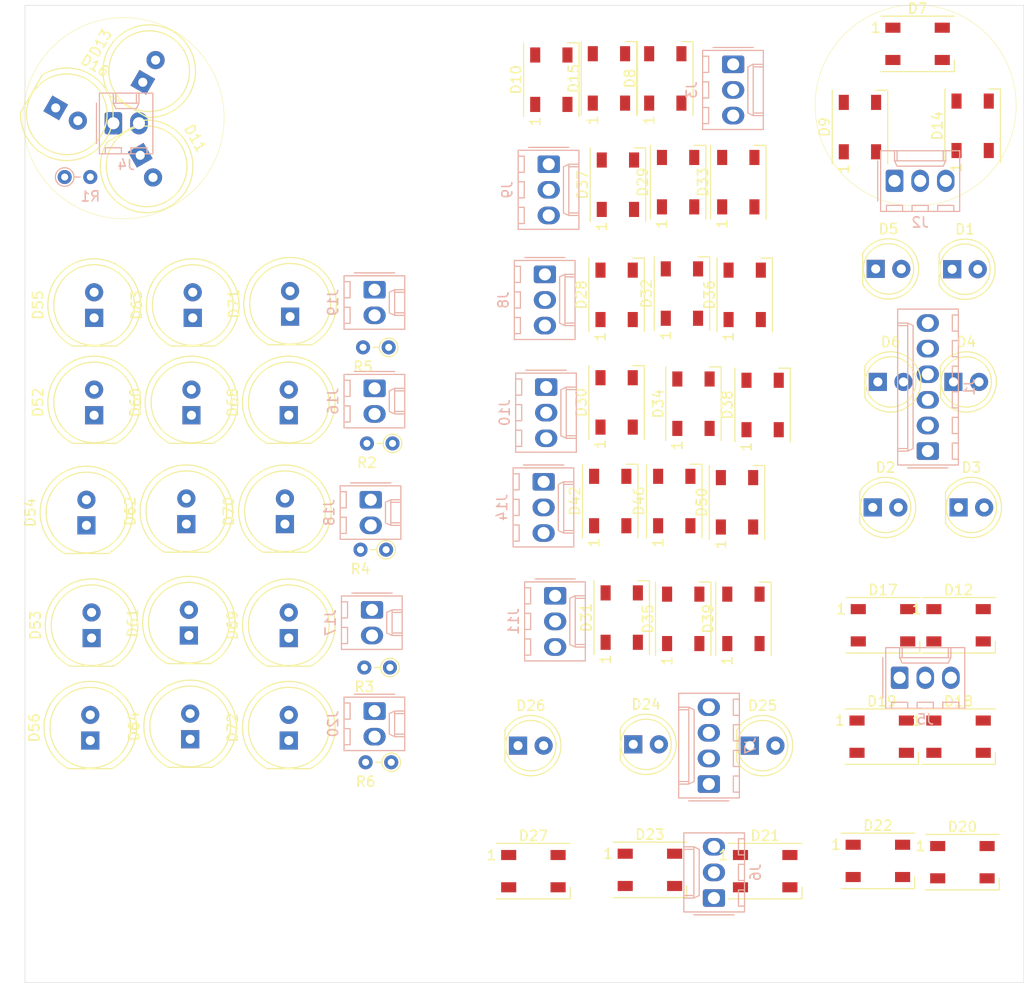
<source format=kicad_pcb>
(kicad_pcb (version 20171130) (host pcbnew "(5.1.5-0-10_14)")
  (layers (0 F.Cu signal) (31 B.Cu signal) (34 B.Paste user) (35 F.Paste user) (36 B.SilkS user) (37 F.SilkS user) (38 B.Mask user) (39 F.Mask user) (44 Edge.Cuts user))
  (net 0 "")
  (net 1 /Col1)
  (net 2 /Row1)
  (net 3 /Row2)
  (net 4 /Col2)
  (net 5 /Col3)
  (net 6 "Net-(D10-Pad2)")
  (net 7 "Net-(D11-Pad2)")
  (net 8 /LOCKSHOOT_2812_+5V)
  (net 9 /LOCKSHOOT_IN)
  (net 10 /LOCKSHOOT_2812_GND)
  (net 11 "Net-(D17-Pad2)")
  (net 12 "Net-(D18-Pad2)")
  (net 13 /FLOOD_2812_+5V)
  (net 14 "Net-(D7-Pad2)")
  (net 15 /FLOOD_2812_IN)
  (net 16 /FLOOD_2812_GND)
  (net 17 "Net-(D11-Pad1)")
  (net 18 /AOA_2812_+5V)
  (net 19 /AOA_2812_IN)
  (net 20 /AOA_2812_GND)
  (net 21 "Net-(D20-Pad2)")
  (net 22 /AOA_COL1)
  (net 23 /AOA_ROW1)
  (net 24 /AOA_ROW2)
  (net 25 /AOA_COL2)
  (net 26 "Net-(D28-Pad1)")
  (net 27 "Net-(D28-Pad2)")
  (net 28 "Net-(D28-Pad4)")
  (net 29 "Net-(D28-Pad3)")
  (net 30 "Net-(D29-Pad1)")
  (net 31 "Net-(D29-Pad2)")
  (net 32 "Net-(D29-Pad4)")
  (net 33 "Net-(D29-Pad3)")
  (net 34 "Net-(D30-Pad1)")
  (net 35 "Net-(D30-Pad2)")
  (net 36 "Net-(D30-Pad4)")
  (net 37 "Net-(D30-Pad3)")
  (net 38 "Net-(D31-Pad1)")
  (net 39 "Net-(D31-Pad2)")
  (net 40 "Net-(D31-Pad4)")
  (net 41 "Net-(D31-Pad3)")
  (net 42 "Net-(D32-Pad2)")
  (net 43 "Net-(D33-Pad2)")
  (net 44 "Net-(D34-Pad2)")
  (net 45 "Net-(D35-Pad2)")
  (net 46 "Net-(D42-Pad1)")
  (net 47 "Net-(D42-Pad2)")
  (net 48 "Net-(D42-Pad4)")
  (net 49 "Net-(D42-Pad3)")
  (net 50 "Net-(D46-Pad2)")
  (net 51 "Net-(D10-Pad1)")
  (net 52 "Net-(D10-Pad4)")
  (net 53 "Net-(D8-Pad4)")
  (net 54 "Net-(D10-Pad3)")
  (net 55 "Net-(D14-Pad4)")
  (net 56 "Net-(D12-Pad2)")
  (net 57 "Net-(D13-Pad1)")
  (net 58 "Net-(D19-Pad2)")
  (net 59 "Net-(D21-Pad2)")
  (net 60 "Net-(D23-Pad2)")
  (net 61 "Net-(D52-Pad2)")
  (net 62 "Net-(D52-Pad1)")
  (net 63 "Net-(D53-Pad2)")
  (net 64 "Net-(D53-Pad1)")
  (net 65 "Net-(D54-Pad2)")
  (net 66 "Net-(D54-Pad1)")
  (net 67 "Net-(D55-Pad2)")
  (net 68 "Net-(D55-Pad1)")
  (net 69 "Net-(D56-Pad2)")
  (net 70 "Net-(D56-Pad1)")
  (net 71 "Net-(D60-Pad1)")
  (net 72 "Net-(D61-Pad1)")
  (net 73 "Net-(D62-Pad1)")
  (net 74 "Net-(D63-Pad1)")
  (net 75 "Net-(D64-Pad1)")
  (net 76 "Net-(D68-Pad1)")
  (net 77 "Net-(D69-Pad1)")
  (net 78 "Net-(D70-Pad1)")
  (net 79 "Net-(D71-Pad1)")
  (net 80 "Net-(D72-Pad1)")
  (net 81 "Net-(J16-Pad1)")
  (net 82 "Net-(J17-Pad1)")
  (net 83 "Net-(J18-Pad1)")
  (net 84 "Net-(J19-Pad1)")
  (net 85 "Net-(J20-Pad1)")
  (net 86 /CHART_GND)
  (net 87 /CHART_5V)
  (module PT_Library_v001:PT_R_Axial_DIN0204_L3.6mm_D1.6mm_P2.54mm_Vertical (layer F.Cu) (at 181.737 108.204 180)
    (fp_text reference R6 (at 2.54 -1.92) (layer F.SilkS))
    (fp_text value R_US)
    (pad 1 thru_hole circle (at 0 0 180) (size 1.4 1.4) (drill 0.7) (layers *.Cu *.Mask) (net 69 "Net-(D56-Pad2)"))
    (pad 2 thru_hole oval (at 2.54 0 180) (size 1.4 1.4) (drill 0.7) (layers *.Cu *.Mask) (net 85 "Net-(J20-Pad1)"))
  )
  (module PT_Library_v001:PT_R_Axial_DIN0204_L3.6mm_D1.6mm_P2.54mm_Vertical (layer F.Cu) (at 181.483 67.056 180)
    (fp_text reference R5 (at 2.54 -1.92) (layer F.SilkS))
    (fp_text value R_US)
    (pad 1 thru_hole circle (at 0 0 180) (size 1.4 1.4) (drill 0.7) (layers *.Cu *.Mask) (net 67 "Net-(D55-Pad2)"))
    (pad 2 thru_hole oval (at 2.54 0 180) (size 1.4 1.4) (drill 0.7) (layers *.Cu *.Mask) (net 84 "Net-(J19-Pad1)"))
  )
  (module PT_Library_v001:PT_R_Axial_DIN0204_L3.6mm_D1.6mm_P2.54mm_Vertical (layer F.Cu) (at 181.229 87.122 180)
    (fp_text reference R4 (at 2.54 -1.92) (layer F.SilkS))
    (fp_text value R_US)
    (pad 1 thru_hole circle (at 0 0 180) (size 1.4 1.4) (drill 0.7) (layers *.Cu *.Mask) (net 65 "Net-(D54-Pad2)"))
    (pad 2 thru_hole oval (at 2.54 0 180) (size 1.4 1.4) (drill 0.7) (layers *.Cu *.Mask) (net 83 "Net-(J18-Pad1)"))
  )
  (module PT_Library_v001:PT_R_Axial_DIN0204_L3.6mm_D1.6mm_P2.54mm_Vertical (layer F.Cu) (at 181.61 98.806 180)
    (fp_text reference R3 (at 2.54 -1.92) (layer F.SilkS))
    (fp_text value R_US)
    (pad 1 thru_hole circle (at 0 0 180) (size 1.4 1.4) (drill 0.7) (layers *.Cu *.Mask) (net 63 "Net-(D53-Pad2)"))
    (pad 2 thru_hole oval (at 2.54 0 180) (size 1.4 1.4) (drill 0.7) (layers *.Cu *.Mask) (net 82 "Net-(J17-Pad1)"))
  )
  (module PT_Library_v001:PT_R_Axial_DIN0204_L3.6mm_D1.6mm_P2.54mm_Vertical (layer F.Cu) (at 181.864 76.581 180)
    (fp_text reference R2 (at 2.54 -1.92) (layer F.SilkS))
    (fp_text value R_US)
    (pad 1 thru_hole circle (at 0 0 180) (size 1.4 1.4) (drill 0.7) (layers *.Cu *.Mask) (net 61 "Net-(D52-Pad2)"))
    (pad 2 thru_hole oval (at 2.54 0 180) (size 1.4 1.4) (drill 0.7) (layers *.Cu *.Mask) (net 81 "Net-(J16-Pad1)"))
  )
  (module PT_Library_v001:Molex_1x02_P2.54mm_Vertical (layer B.Cu) (at 180.086 103.124 270)
    (fp_text reference J20 (at 1.27 4.12 270) (layer B.SilkS) (effects (justify mirror)))
    (fp_text value Conn_01x02_Female)
    (pad 2 thru_hole oval (at 2.54 0 270) (size 1.74 2.2) (drill 1.2) (layers *.Cu *.Mask) (net 80 "Net-(D72-Pad1)"))
    (pad 1 thru_hole roundrect (at 0 0 270) (size 1.74 2.2) (drill 1.2) (layers *.Cu *.Mask) (roundrect_rratio 0.143678) (net 85 "Net-(J20-Pad1)"))
  )
  (module PT_Library_v001:Molex_1x02_P2.54mm_Vertical (layer B.Cu) (at 180.086 61.341 270)
    (fp_text reference J19 (at 1.27 4.12 270) (layer B.SilkS) (effects (justify mirror)))
    (fp_text value Conn_01x02_Female)
    (pad 2 thru_hole oval (at 2.54 0 270) (size 1.74 2.2) (drill 1.2) (layers *.Cu *.Mask) (net 79 "Net-(D71-Pad1)"))
    (pad 1 thru_hole roundrect (at 0 0 270) (size 1.74 2.2) (drill 1.2) (layers *.Cu *.Mask) (roundrect_rratio 0.143678) (net 84 "Net-(J19-Pad1)"))
  )
  (module PT_Library_v001:Molex_1x02_P2.54mm_Vertical (layer B.Cu) (at 179.705 82.169 270)
    (fp_text reference J18 (at 1.27 4.12 270) (layer B.SilkS) (effects (justify mirror)))
    (fp_text value Conn_01x02_Female)
    (pad 2 thru_hole oval (at 2.54 0 270) (size 1.74 2.2) (drill 1.2) (layers *.Cu *.Mask) (net 78 "Net-(D70-Pad1)"))
    (pad 1 thru_hole roundrect (at 0 0 270) (size 1.74 2.2) (drill 1.2) (layers *.Cu *.Mask) (roundrect_rratio 0.143678) (net 83 "Net-(J18-Pad1)"))
  )
  (module PT_Library_v001:Molex_1x02_P2.54mm_Vertical (layer B.Cu) (at 179.832 93.091 270)
    (fp_text reference J17 (at 1.27 4.12 270) (layer B.SilkS) (effects (justify mirror)))
    (fp_text value Conn_01x02_Female)
    (pad 2 thru_hole oval (at 2.54 0 270) (size 1.74 2.2) (drill 1.2) (layers *.Cu *.Mask) (net 77 "Net-(D69-Pad1)"))
    (pad 1 thru_hole roundrect (at 0 0 270) (size 1.74 2.2) (drill 1.2) (layers *.Cu *.Mask) (roundrect_rratio 0.143678) (net 82 "Net-(J17-Pad1)"))
  )
  (module PT_Library_v001:Molex_1x02_P2.54mm_Vertical (layer B.Cu) (at 180.086 71.12 270)
    (fp_text reference J16 (at 1.27 4.12 270) (layer B.SilkS) (effects (justify mirror)))
    (fp_text value Conn_01x02_Female)
    (pad 2 thru_hole oval (at 2.54 0 270) (size 1.74 2.2) (drill 1.2) (layers *.Cu *.Mask) (net 76 "Net-(D68-Pad1)"))
    (pad 1 thru_hole roundrect (at 0 0 270) (size 1.74 2.2) (drill 1.2) (layers *.Cu *.Mask) (roundrect_rratio 0.143678) (net 81 "Net-(J16-Pad1)"))
  )
  (module LED_THT:LED_D8.0mm (layer F.Cu) (at 171.577 106.045 90)
    (fp_text reference D72 (at 1.27 -5.56 90) (layer F.SilkS))
    (fp_text value LED)
    (pad 2 thru_hole circle (at 2.54 0 90) (size 1.8 1.8) (drill 0.9) (layers *.Cu *.Mask) (net 75 "Net-(D64-Pad1)"))
    (pad 1 thru_hole rect (at 0 0 90) (size 1.8 1.8) (drill 0.9) (layers *.Cu *.Mask) (net 80 "Net-(D72-Pad1)"))
  )
  (module LED_THT:LED_D8.0mm (layer F.Cu) (at 171.704 64.008 90)
    (fp_text reference D71 (at 1.27 -5.56 90) (layer F.SilkS))
    (fp_text value LED)
    (pad 2 thru_hole circle (at 2.54 0 90) (size 1.8 1.8) (drill 0.9) (layers *.Cu *.Mask) (net 74 "Net-(D63-Pad1)"))
    (pad 1 thru_hole rect (at 0 0 90) (size 1.8 1.8) (drill 0.9) (layers *.Cu *.Mask) (net 79 "Net-(D71-Pad1)"))
  )
  (module LED_THT:LED_D8.0mm (layer F.Cu) (at 171.196 84.582 90)
    (fp_text reference D70 (at 1.27 -5.56 90) (layer F.SilkS))
    (fp_text value LED)
    (pad 2 thru_hole circle (at 2.54 0 90) (size 1.8 1.8) (drill 0.9) (layers *.Cu *.Mask) (net 73 "Net-(D62-Pad1)"))
    (pad 1 thru_hole rect (at 0 0 90) (size 1.8 1.8) (drill 0.9) (layers *.Cu *.Mask) (net 78 "Net-(D70-Pad1)"))
  )
  (module LED_THT:LED_D8.0mm (layer F.Cu) (at 171.577 95.885 90)
    (fp_text reference D69 (at 1.27 -5.56 90) (layer F.SilkS))
    (fp_text value LED)
    (pad 2 thru_hole circle (at 2.54 0 90) (size 1.8 1.8) (drill 0.9) (layers *.Cu *.Mask) (net 72 "Net-(D61-Pad1)"))
    (pad 1 thru_hole rect (at 0 0 90) (size 1.8 1.8) (drill 0.9) (layers *.Cu *.Mask) (net 77 "Net-(D69-Pad1)"))
  )
  (module LED_THT:LED_D8.0mm (layer F.Cu) (at 171.577 73.787 90)
    (fp_text reference D68 (at 1.27 -5.56 90) (layer F.SilkS))
    (fp_text value LED)
    (pad 2 thru_hole circle (at 2.54 0 90) (size 1.8 1.8) (drill 0.9) (layers *.Cu *.Mask) (net 71 "Net-(D60-Pad1)"))
    (pad 1 thru_hole rect (at 0 0 90) (size 1.8 1.8) (drill 0.9) (layers *.Cu *.Mask) (net 76 "Net-(D68-Pad1)"))
  )
  (module LED_THT:LED_D8.0mm (layer F.Cu) (at 161.798 105.918 90)
    (fp_text reference D64 (at 1.27 -5.56 90) (layer F.SilkS))
    (fp_text value LED)
    (pad 2 thru_hole circle (at 2.54 0 90) (size 1.8 1.8) (drill 0.9) (layers *.Cu *.Mask) (net 70 "Net-(D56-Pad1)"))
    (pad 1 thru_hole rect (at 0 0 90) (size 1.8 1.8) (drill 0.9) (layers *.Cu *.Mask) (net 75 "Net-(D64-Pad1)"))
  )
  (module LED_THT:LED_D8.0mm (layer F.Cu) (at 162.052 64.135 90)
    (fp_text reference D63 (at 1.27 -5.56 90) (layer F.SilkS))
    (fp_text value LED)
    (pad 2 thru_hole circle (at 2.54 0 90) (size 1.8 1.8) (drill 0.9) (layers *.Cu *.Mask) (net 68 "Net-(D55-Pad1)"))
    (pad 1 thru_hole rect (at 0 0 90) (size 1.8 1.8) (drill 0.9) (layers *.Cu *.Mask) (net 74 "Net-(D63-Pad1)"))
  )
  (module LED_THT:LED_D8.0mm (layer F.Cu) (at 161.417 84.582 90)
    (fp_text reference D62 (at 1.27 -5.56 90) (layer F.SilkS))
    (fp_text value LED)
    (pad 2 thru_hole circle (at 2.54 0 90) (size 1.8 1.8) (drill 0.9) (layers *.Cu *.Mask) (net 66 "Net-(D54-Pad1)"))
    (pad 1 thru_hole rect (at 0 0 90) (size 1.8 1.8) (drill 0.9) (layers *.Cu *.Mask) (net 73 "Net-(D62-Pad1)"))
  )
  (module LED_THT:LED_D8.0mm (layer F.Cu) (at 161.671 95.631 90)
    (fp_text reference D61 (at 1.27 -5.56 90) (layer F.SilkS))
    (fp_text value LED)
    (pad 2 thru_hole circle (at 2.54 0 90) (size 1.8 1.8) (drill 0.9) (layers *.Cu *.Mask) (net 64 "Net-(D53-Pad1)"))
    (pad 1 thru_hole rect (at 0 0 90) (size 1.8 1.8) (drill 0.9) (layers *.Cu *.Mask) (net 72 "Net-(D61-Pad1)"))
  )
  (module LED_THT:LED_D8.0mm (layer F.Cu) (at 161.925 73.787 90)
    (fp_text reference D60 (at 1.27 -5.56 90) (layer F.SilkS))
    (fp_text value LED)
    (pad 2 thru_hole circle (at 2.54 0 90) (size 1.8 1.8) (drill 0.9) (layers *.Cu *.Mask) (net 62 "Net-(D52-Pad1)"))
    (pad 1 thru_hole rect (at 0 0 90) (size 1.8 1.8) (drill 0.9) (layers *.Cu *.Mask) (net 71 "Net-(D60-Pad1)"))
  )
  (module LED_THT:LED_D8.0mm (layer F.Cu) (at 151.892 106.045 90)
    (fp_text reference D56 (at 1.27 -5.56 90) (layer F.SilkS))
    (fp_text value LED)
    (pad 2 thru_hole circle (at 2.54 0 90) (size 1.8 1.8) (drill 0.9) (layers *.Cu *.Mask) (net 69 "Net-(D56-Pad2)"))
    (pad 1 thru_hole rect (at 0 0 90) (size 1.8 1.8) (drill 0.9) (layers *.Cu *.Mask) (net 70 "Net-(D56-Pad1)"))
  )
  (module LED_THT:LED_D8.0mm (layer F.Cu) (at 152.273 64.135 90)
    (fp_text reference D55 (at 1.27 -5.56 90) (layer F.SilkS))
    (fp_text value LED)
    (pad 2 thru_hole circle (at 2.54 0 90) (size 1.8 1.8) (drill 0.9) (layers *.Cu *.Mask) (net 67 "Net-(D55-Pad2)"))
    (pad 1 thru_hole rect (at 0 0 90) (size 1.8 1.8) (drill 0.9) (layers *.Cu *.Mask) (net 68 "Net-(D55-Pad1)"))
  )
  (module LED_THT:LED_D8.0mm (layer F.Cu) (at 151.511 84.709 90)
    (fp_text reference D54 (at 1.27 -5.56 90) (layer F.SilkS))
    (fp_text value LED)
    (pad 2 thru_hole circle (at 2.54 0 90) (size 1.8 1.8) (drill 0.9) (layers *.Cu *.Mask) (net 65 "Net-(D54-Pad2)"))
    (pad 1 thru_hole rect (at 0 0 90) (size 1.8 1.8) (drill 0.9) (layers *.Cu *.Mask) (net 66 "Net-(D54-Pad1)"))
  )
  (module LED_THT:LED_D8.0mm (layer F.Cu) (at 152.019 95.885 90)
    (fp_text reference D53 (at 1.27 -5.56 90) (layer F.SilkS))
    (fp_text value LED)
    (pad 2 thru_hole circle (at 2.54 0 90) (size 1.8 1.8) (drill 0.9) (layers *.Cu *.Mask) (net 63 "Net-(D53-Pad2)"))
    (pad 1 thru_hole rect (at 0 0 90) (size 1.8 1.8) (drill 0.9) (layers *.Cu *.Mask) (net 64 "Net-(D53-Pad1)"))
  )
  (module LED_THT:LED_D8.0mm (layer F.Cu) (at 152.273 73.787 90)
    (fp_text reference D52 (at 1.27 -5.56 90) (layer F.SilkS))
    (fp_text value LED)
    (pad 2 thru_hole circle (at 2.54 0 90) (size 1.8 1.8) (drill 0.9) (layers *.Cu *.Mask) (net 61 "Net-(D52-Pad2)"))
    (pad 1 thru_hole rect (at 0 0 90) (size 1.8 1.8) (drill 0.9) (layers *.Cu *.Mask) (net 62 "Net-(D52-Pad1)"))
  )
  (module PT_Library_v001:Molex_1x03_P2.54mm_Vertical (layer B.Cu) (at 196.85 80.391 270)
    (fp_text reference J14 (at 2.54 4.12 270) (layer B.SilkS) (effects (justify mirror)))
    (fp_text value Conn_01x03_Female)
    (pad 3 thru_hole oval (at 5.08 0 270) (size 1.74 2.2) (drill 1.2) (layers *.Cu *.Mask) (net 48 "Net-(D42-Pad4)"))
    (pad 2 thru_hole oval (at 2.54 0 270) (size 1.74 2.2) (drill 1.2) (layers *.Cu *.Mask) (net 49 "Net-(D42-Pad3)"))
    (pad 1 thru_hole roundrect (at 0 0 270) (size 1.74 2.2) (drill 1.2) (layers *.Cu *.Mask) (roundrect_rratio 0.143678) (net 46 "Net-(D42-Pad1)"))
  )
  (module PT_Library_v001:Molex_1x03_P2.54mm_Vertical (layer B.Cu) (at 197.993 91.694 270)
    (fp_text reference J11 (at 2.54 4.12 270) (layer B.SilkS) (effects (justify mirror)))
    (fp_text value Conn_01x03_Female)
    (pad 3 thru_hole oval (at 5.08 0 270) (size 1.74 2.2) (drill 1.2) (layers *.Cu *.Mask) (net 40 "Net-(D31-Pad4)"))
    (pad 2 thru_hole oval (at 2.54 0 270) (size 1.74 2.2) (drill 1.2) (layers *.Cu *.Mask) (net 41 "Net-(D31-Pad3)"))
    (pad 1 thru_hole roundrect (at 0 0 270) (size 1.74 2.2) (drill 1.2) (layers *.Cu *.Mask) (roundrect_rratio 0.143678) (net 38 "Net-(D31-Pad1)"))
  )
  (module PT_Library_v001:Molex_1x03_P2.54mm_Vertical (layer B.Cu) (at 197.104 70.993 270)
    (fp_text reference J10 (at 2.54 4.12 270) (layer B.SilkS) (effects (justify mirror)))
    (fp_text value Conn_01x03_Female)
    (pad 3 thru_hole oval (at 5.08 0 270) (size 1.74 2.2) (drill 1.2) (layers *.Cu *.Mask) (net 36 "Net-(D30-Pad4)"))
    (pad 2 thru_hole oval (at 2.54 0 270) (size 1.74 2.2) (drill 1.2) (layers *.Cu *.Mask) (net 37 "Net-(D30-Pad3)"))
    (pad 1 thru_hole roundrect (at 0 0 270) (size 1.74 2.2) (drill 1.2) (layers *.Cu *.Mask) (roundrect_rratio 0.143678) (net 34 "Net-(D30-Pad1)"))
  )
  (module PT_Library_v001:Molex_1x03_P2.54mm_Vertical (layer B.Cu) (at 197.358 48.895 270)
    (fp_text reference J9 (at 2.54 4.12 270) (layer B.SilkS) (effects (justify mirror)))
    (fp_text value Conn_01x03_Female)
    (pad 3 thru_hole oval (at 5.08 0 270) (size 1.74 2.2) (drill 1.2) (layers *.Cu *.Mask) (net 32 "Net-(D29-Pad4)"))
    (pad 2 thru_hole oval (at 2.54 0 270) (size 1.74 2.2) (drill 1.2) (layers *.Cu *.Mask) (net 33 "Net-(D29-Pad3)"))
    (pad 1 thru_hole roundrect (at 0 0 270) (size 1.74 2.2) (drill 1.2) (layers *.Cu *.Mask) (roundrect_rratio 0.143678) (net 30 "Net-(D29-Pad1)"))
  )
  (module PT_Library_v001:Molex_1x03_P2.54mm_Vertical (layer B.Cu) (at 196.977 59.817 270)
    (fp_text reference J8 (at 2.54 4.12 270) (layer B.SilkS) (effects (justify mirror)))
    (fp_text value Conn_01x03_Female)
    (pad 3 thru_hole oval (at 5.08 0 270) (size 1.74 2.2) (drill 1.2) (layers *.Cu *.Mask) (net 28 "Net-(D28-Pad4)"))
    (pad 2 thru_hole oval (at 2.54 0 270) (size 1.74 2.2) (drill 1.2) (layers *.Cu *.Mask) (net 29 "Net-(D28-Pad3)"))
    (pad 1 thru_hole roundrect (at 0 0 270) (size 1.74 2.2) (drill 1.2) (layers *.Cu *.Mask) (roundrect_rratio 0.143678) (net 26 "Net-(D28-Pad1)"))
  )
  (module LED_SMD:LED_WS2812B_PLCC4_5.0x5.0mm_P3.2mm (layer F.Cu) (at 216.027 82.423 90)
    (fp_text reference D50 (at 0 -3.5 90) (layer F.SilkS))
    (fp_text value WS2812B)
    (fp_text user 1 (at -4.15 -1.6 90) (layer F.SilkS))
    (pad 1 smd rect (at -2.45 -1.6 90) (size 1.5 1) (layers F.Cu F.Paste F.Mask) (net 46 "Net-(D42-Pad1)"))
    (pad 2 smd rect (at -2.45 1.6 90) (size 1.5 1) (layers F.Cu F.Paste F.Mask))
    (pad 4 smd rect (at 2.45 -1.6 90) (size 1.5 1) (layers F.Cu F.Paste F.Mask) (net 50 "Net-(D46-Pad2)"))
    (pad 3 smd rect (at 2.45 1.6 90) (size 1.5 1) (layers F.Cu F.Paste F.Mask) (net 49 "Net-(D42-Pad3)"))
  )
  (module LED_SMD:LED_WS2812B_PLCC4_5.0x5.0mm_P3.2mm (layer F.Cu) (at 209.804 82.296 90)
    (fp_text reference D46 (at 0 -3.5 90) (layer F.SilkS))
    (fp_text value WS2812B)
    (fp_text user 1 (at -4.15 -1.6 90) (layer F.SilkS))
    (pad 1 smd rect (at -2.45 -1.6 90) (size 1.5 1) (layers F.Cu F.Paste F.Mask) (net 46 "Net-(D42-Pad1)"))
    (pad 2 smd rect (at -2.45 1.6 90) (size 1.5 1) (layers F.Cu F.Paste F.Mask) (net 50 "Net-(D46-Pad2)"))
    (pad 4 smd rect (at 2.45 -1.6 90) (size 1.5 1) (layers F.Cu F.Paste F.Mask) (net 47 "Net-(D42-Pad2)"))
    (pad 3 smd rect (at 2.45 1.6 90) (size 1.5 1) (layers F.Cu F.Paste F.Mask) (net 49 "Net-(D42-Pad3)"))
  )
  (module LED_SMD:LED_WS2812B_PLCC4_5.0x5.0mm_P3.2mm (layer F.Cu) (at 203.454 82.296 90)
    (fp_text reference D42 (at 0 -3.5 90) (layer F.SilkS))
    (fp_text value WS2812B)
    (fp_text user 1 (at -4.15 -1.6 90) (layer F.SilkS))
    (pad 1 smd rect (at -2.45 -1.6 90) (size 1.5 1) (layers F.Cu F.Paste F.Mask) (net 46 "Net-(D42-Pad1)"))
    (pad 2 smd rect (at -2.45 1.6 90) (size 1.5 1) (layers F.Cu F.Paste F.Mask) (net 47 "Net-(D42-Pad2)"))
    (pad 4 smd rect (at 2.45 -1.6 90) (size 1.5 1) (layers F.Cu F.Paste F.Mask) (net 48 "Net-(D42-Pad4)"))
    (pad 3 smd rect (at 2.45 1.6 90) (size 1.5 1) (layers F.Cu F.Paste F.Mask) (net 49 "Net-(D42-Pad3)"))
  )
  (module LED_SMD:LED_WS2812B_PLCC4_5.0x5.0mm_P3.2mm (layer F.Cu) (at 216.662 93.98 90)
    (fp_text reference D39 (at 0 -3.5 90) (layer F.SilkS))
    (fp_text value WS2812B)
    (fp_text user 1 (at -4.15 -1.6 90) (layer F.SilkS))
    (pad 1 smd rect (at -2.45 -1.6 90) (size 1.5 1) (layers F.Cu F.Paste F.Mask) (net 38 "Net-(D31-Pad1)"))
    (pad 2 smd rect (at -2.45 1.6 90) (size 1.5 1) (layers F.Cu F.Paste F.Mask))
    (pad 4 smd rect (at 2.45 -1.6 90) (size 1.5 1) (layers F.Cu F.Paste F.Mask) (net 45 "Net-(D35-Pad2)"))
    (pad 3 smd rect (at 2.45 1.6 90) (size 1.5 1) (layers F.Cu F.Paste F.Mask) (net 41 "Net-(D31-Pad3)"))
  )
  (module LED_SMD:LED_WS2812B_PLCC4_5.0x5.0mm_P3.2mm (layer F.Cu) (at 218.567 72.771 90)
    (fp_text reference D38 (at 0 -3.5 90) (layer F.SilkS))
    (fp_text value WS2812B)
    (fp_text user 1 (at -4.15 -1.6 90) (layer F.SilkS))
    (pad 1 smd rect (at -2.45 -1.6 90) (size 1.5 1) (layers F.Cu F.Paste F.Mask) (net 34 "Net-(D30-Pad1)"))
    (pad 2 smd rect (at -2.45 1.6 90) (size 1.5 1) (layers F.Cu F.Paste F.Mask))
    (pad 4 smd rect (at 2.45 -1.6 90) (size 1.5 1) (layers F.Cu F.Paste F.Mask) (net 44 "Net-(D34-Pad2)"))
    (pad 3 smd rect (at 2.45 1.6 90) (size 1.5 1) (layers F.Cu F.Paste F.Mask) (net 37 "Net-(D30-Pad3)"))
  )
  (module LED_SMD:LED_WS2812B_PLCC4_5.0x5.0mm_P3.2mm (layer F.Cu) (at 204.216 50.927 90)
    (fp_text reference D37 (at 0 -3.5 90) (layer F.SilkS))
    (fp_text value WS2812B)
    (fp_text user 1 (at -4.15 -1.6 90) (layer F.SilkS))
    (pad 1 smd rect (at -2.45 -1.6 90) (size 1.5 1) (layers F.Cu F.Paste F.Mask) (net 30 "Net-(D29-Pad1)"))
    (pad 2 smd rect (at -2.45 1.6 90) (size 1.5 1) (layers F.Cu F.Paste F.Mask))
    (pad 4 smd rect (at 2.45 -1.6 90) (size 1.5 1) (layers F.Cu F.Paste F.Mask) (net 43 "Net-(D33-Pad2)"))
    (pad 3 smd rect (at 2.45 1.6 90) (size 1.5 1) (layers F.Cu F.Paste F.Mask) (net 33 "Net-(D29-Pad3)"))
  )
  (module LED_SMD:LED_WS2812B_PLCC4_5.0x5.0mm_P3.2mm (layer F.Cu) (at 216.789 61.849 90)
    (fp_text reference D36 (at 0 -3.5 90) (layer F.SilkS))
    (fp_text value WS2812B)
    (fp_text user 1 (at -4.15 -1.6 90) (layer F.SilkS))
    (pad 1 smd rect (at -2.45 -1.6 90) (size 1.5 1) (layers F.Cu F.Paste F.Mask) (net 26 "Net-(D28-Pad1)"))
    (pad 2 smd rect (at -2.45 1.6 90) (size 1.5 1) (layers F.Cu F.Paste F.Mask))
    (pad 4 smd rect (at 2.45 -1.6 90) (size 1.5 1) (layers F.Cu F.Paste F.Mask) (net 42 "Net-(D32-Pad2)"))
    (pad 3 smd rect (at 2.45 1.6 90) (size 1.5 1) (layers F.Cu F.Paste F.Mask) (net 29 "Net-(D28-Pad3)"))
  )
  (module LED_SMD:LED_WS2812B_PLCC4_5.0x5.0mm_P3.2mm (layer F.Cu) (at 210.693 93.98 90)
    (fp_text reference D35 (at 0 -3.5 90) (layer F.SilkS))
    (fp_text value WS2812B)
    (fp_text user 1 (at -4.15 -1.6 90) (layer F.SilkS))
    (pad 1 smd rect (at -2.45 -1.6 90) (size 1.5 1) (layers F.Cu F.Paste F.Mask) (net 38 "Net-(D31-Pad1)"))
    (pad 2 smd rect (at -2.45 1.6 90) (size 1.5 1) (layers F.Cu F.Paste F.Mask) (net 45 "Net-(D35-Pad2)"))
    (pad 4 smd rect (at 2.45 -1.6 90) (size 1.5 1) (layers F.Cu F.Paste F.Mask) (net 39 "Net-(D31-Pad2)"))
    (pad 3 smd rect (at 2.45 1.6 90) (size 1.5 1) (layers F.Cu F.Paste F.Mask) (net 41 "Net-(D31-Pad3)"))
  )
  (module LED_SMD:LED_WS2812B_PLCC4_5.0x5.0mm_P3.2mm (layer F.Cu) (at 211.709 72.644 90)
    (fp_text reference D34 (at 0 -3.5 90) (layer F.SilkS))
    (fp_text value WS2812B)
    (fp_text user 1 (at -4.15 -1.6 90) (layer F.SilkS))
    (pad 1 smd rect (at -2.45 -1.6 90) (size 1.5 1) (layers F.Cu F.Paste F.Mask) (net 34 "Net-(D30-Pad1)"))
    (pad 2 smd rect (at -2.45 1.6 90) (size 1.5 1) (layers F.Cu F.Paste F.Mask) (net 44 "Net-(D34-Pad2)"))
    (pad 4 smd rect (at 2.45 -1.6 90) (size 1.5 1) (layers F.Cu F.Paste F.Mask) (net 35 "Net-(D30-Pad2)"))
    (pad 3 smd rect (at 2.45 1.6 90) (size 1.5 1) (layers F.Cu F.Paste F.Mask) (net 37 "Net-(D30-Pad3)"))
  )
  (module LED_SMD:LED_WS2812B_PLCC4_5.0x5.0mm_P3.2mm (layer F.Cu) (at 216.154 50.673 90)
    (fp_text reference D33 (at 0 -3.5 90) (layer F.SilkS))
    (fp_text value WS2812B)
    (fp_text user 1 (at -4.15 -1.6 90) (layer F.SilkS))
    (pad 1 smd rect (at -2.45 -1.6 90) (size 1.5 1) (layers F.Cu F.Paste F.Mask) (net 30 "Net-(D29-Pad1)"))
    (pad 2 smd rect (at -2.45 1.6 90) (size 1.5 1) (layers F.Cu F.Paste F.Mask) (net 43 "Net-(D33-Pad2)"))
    (pad 4 smd rect (at 2.45 -1.6 90) (size 1.5 1) (layers F.Cu F.Paste F.Mask) (net 31 "Net-(D29-Pad2)"))
    (pad 3 smd rect (at 2.45 1.6 90) (size 1.5 1) (layers F.Cu F.Paste F.Mask) (net 33 "Net-(D29-Pad3)"))
  )
  (module LED_SMD:LED_WS2812B_PLCC4_5.0x5.0mm_P3.2mm (layer F.Cu) (at 210.566 61.722 90)
    (fp_text reference D32 (at 0 -3.5 90) (layer F.SilkS))
    (fp_text value WS2812B)
    (fp_text user 1 (at -4.15 -1.6 90) (layer F.SilkS))
    (pad 1 smd rect (at -2.45 -1.6 90) (size 1.5 1) (layers F.Cu F.Paste F.Mask) (net 26 "Net-(D28-Pad1)"))
    (pad 2 smd rect (at -2.45 1.6 90) (size 1.5 1) (layers F.Cu F.Paste F.Mask) (net 42 "Net-(D32-Pad2)"))
    (pad 4 smd rect (at 2.45 -1.6 90) (size 1.5 1) (layers F.Cu F.Paste F.Mask) (net 27 "Net-(D28-Pad2)"))
    (pad 3 smd rect (at 2.45 1.6 90) (size 1.5 1) (layers F.Cu F.Paste F.Mask) (net 29 "Net-(D28-Pad3)"))
  )
  (module LED_SMD:LED_WS2812B_PLCC4_5.0x5.0mm_P3.2mm (layer F.Cu) (at 204.597 93.853 90)
    (fp_text reference D31 (at 0 -3.5 90) (layer F.SilkS))
    (fp_text value WS2812B)
    (fp_text user 1 (at -4.15 -1.6 90) (layer F.SilkS))
    (pad 1 smd rect (at -2.45 -1.6 90) (size 1.5 1) (layers F.Cu F.Paste F.Mask) (net 38 "Net-(D31-Pad1)"))
    (pad 2 smd rect (at -2.45 1.6 90) (size 1.5 1) (layers F.Cu F.Paste F.Mask) (net 39 "Net-(D31-Pad2)"))
    (pad 4 smd rect (at 2.45 -1.6 90) (size 1.5 1) (layers F.Cu F.Paste F.Mask) (net 40 "Net-(D31-Pad4)"))
    (pad 3 smd rect (at 2.45 1.6 90) (size 1.5 1) (layers F.Cu F.Paste F.Mask) (net 41 "Net-(D31-Pad3)"))
  )
  (module LED_SMD:LED_WS2812B_PLCC4_5.0x5.0mm_P3.2mm (layer F.Cu) (at 204.089 72.517 90)
    (fp_text reference D30 (at 0 -3.5 90) (layer F.SilkS))
    (fp_text value WS2812B)
    (fp_text user 1 (at -4.15 -1.6 90) (layer F.SilkS))
    (pad 1 smd rect (at -2.45 -1.6 90) (size 1.5 1) (layers F.Cu F.Paste F.Mask) (net 34 "Net-(D30-Pad1)"))
    (pad 2 smd rect (at -2.45 1.6 90) (size 1.5 1) (layers F.Cu F.Paste F.Mask) (net 35 "Net-(D30-Pad2)"))
    (pad 4 smd rect (at 2.45 -1.6 90) (size 1.5 1) (layers F.Cu F.Paste F.Mask) (net 36 "Net-(D30-Pad4)"))
    (pad 3 smd rect (at 2.45 1.6 90) (size 1.5 1) (layers F.Cu F.Paste F.Mask) (net 37 "Net-(D30-Pad3)"))
  )
  (module LED_SMD:LED_WS2812B_PLCC4_5.0x5.0mm_P3.2mm (layer F.Cu) (at 210.185 50.673 90)
    (fp_text reference D29 (at 0 -3.5 90) (layer F.SilkS))
    (fp_text value WS2812B)
    (fp_text user 1 (at -4.15 -1.6 90) (layer F.SilkS))
    (pad 1 smd rect (at -2.45 -1.6 90) (size 1.5 1) (layers F.Cu F.Paste F.Mask) (net 30 "Net-(D29-Pad1)"))
    (pad 2 smd rect (at -2.45 1.6 90) (size 1.5 1) (layers F.Cu F.Paste F.Mask) (net 31 "Net-(D29-Pad2)"))
    (pad 4 smd rect (at 2.45 -1.6 90) (size 1.5 1) (layers F.Cu F.Paste F.Mask) (net 32 "Net-(D29-Pad4)"))
    (pad 3 smd rect (at 2.45 1.6 90) (size 1.5 1) (layers F.Cu F.Paste F.Mask) (net 33 "Net-(D29-Pad3)"))
  )
  (module LED_SMD:LED_WS2812B_PLCC4_5.0x5.0mm_P3.2mm (layer F.Cu) (at 204.089 61.849 90)
    (fp_text reference D28 (at 0 -3.5 90) (layer F.SilkS))
    (fp_text value WS2812B)
    (fp_text user 1 (at -4.15 -1.6 90) (layer F.SilkS))
    (pad 1 smd rect (at -2.45 -1.6 90) (size 1.5 1) (layers F.Cu F.Paste F.Mask) (net 26 "Net-(D28-Pad1)"))
    (pad 2 smd rect (at -2.45 1.6 90) (size 1.5 1) (layers F.Cu F.Paste F.Mask) (net 27 "Net-(D28-Pad2)"))
    (pad 4 smd rect (at 2.45 -1.6 90) (size 1.5 1) (layers F.Cu F.Paste F.Mask) (net 28 "Net-(D28-Pad4)"))
    (pad 3 smd rect (at 2.45 1.6 90) (size 1.5 1) (layers F.Cu F.Paste F.Mask) (net 29 "Net-(D28-Pad3)"))
  )
  (module LED_SMD:LED_WS2812B_PLCC4_5.0x5.0mm_P3.2mm (layer F.Cu) (at 203.327 40.386 90)
    (fp_text reference D15 (at 0 -3.5 90) (layer F.SilkS))
    (fp_text value WS2812B)
    (fp_text user 1 (at -4.15 -1.6 90) (layer F.SilkS))
    (pad 1 smd rect (at -2.45 -1.6 90) (size 1.5 1) (layers F.Cu F.Paste F.Mask) (net 51 "Net-(D10-Pad1)"))
    (pad 2 smd rect (at -2.45 1.6 90) (size 1.5 1) (layers F.Cu F.Paste F.Mask))
    (pad 4 smd rect (at 2.45 -1.6 90) (size 1.5 1) (layers F.Cu F.Paste F.Mask) (net 6 "Net-(D10-Pad2)"))
    (pad 3 smd rect (at 2.45 1.6 90) (size 1.5 1) (layers F.Cu F.Paste F.Mask) (net 54 "Net-(D10-Pad3)"))
  )
  (module PT_Library_v001:Molex_1x03_P2.54mm_Vertical (layer B.Cu) (at 215.646 38.989 270)
    (fp_text reference J3 (at 2.54 4.12 270) (layer B.SilkS) (effects (justify mirror)))
    (fp_text value Conn_01x03_Female)
    (pad 3 thru_hole oval (at 5.08 0 270) (size 1.74 2.2) (drill 1.2) (layers *.Cu *.Mask) (net 53 "Net-(D8-Pad4)"))
    (pad 2 thru_hole oval (at 2.54 0 270) (size 1.74 2.2) (drill 1.2) (layers *.Cu *.Mask) (net 54 "Net-(D10-Pad3)"))
    (pad 1 thru_hole roundrect (at 0 0 270) (size 1.74 2.2) (drill 1.2) (layers *.Cu *.Mask) (roundrect_rratio 0.143678) (net 51 "Net-(D10-Pad1)"))
  )
  (module LED_SMD:LED_WS2812B_PLCC4_5.0x5.0mm_P3.2mm (layer F.Cu) (at 197.612 40.513 90)
    (fp_text reference D10 (at 0 -3.5 90) (layer F.SilkS))
    (fp_text value WS2812B)
    (fp_text user 1 (at -4.15 -1.6 90) (layer F.SilkS))
    (pad 1 smd rect (at -2.45 -1.6 90) (size 1.5 1) (layers F.Cu F.Paste F.Mask) (net 51 "Net-(D10-Pad1)"))
    (pad 2 smd rect (at -2.45 1.6 90) (size 1.5 1) (layers F.Cu F.Paste F.Mask) (net 6 "Net-(D10-Pad2)"))
    (pad 4 smd rect (at 2.45 -1.6 90) (size 1.5 1) (layers F.Cu F.Paste F.Mask) (net 52 "Net-(D10-Pad4)"))
    (pad 3 smd rect (at 2.45 1.6 90) (size 1.5 1) (layers F.Cu F.Paste F.Mask) (net 54 "Net-(D10-Pad3)"))
  )
  (module LED_SMD:LED_WS2812B_PLCC4_5.0x5.0mm_P3.2mm (layer F.Cu) (at 208.915 40.386 90)
    (fp_text reference D8 (at 0 -3.5 90) (layer F.SilkS))
    (fp_text value WS2812B)
    (fp_text user 1 (at -4.15 -1.6 90) (layer F.SilkS))
    (pad 1 smd rect (at -2.45 -1.6 90) (size 1.5 1) (layers F.Cu F.Paste F.Mask) (net 51 "Net-(D10-Pad1)"))
    (pad 2 smd rect (at -2.45 1.6 90) (size 1.5 1) (layers F.Cu F.Paste F.Mask) (net 52 "Net-(D10-Pad4)"))
    (pad 4 smd rect (at 2.45 -1.6 90) (size 1.5 1) (layers F.Cu F.Paste F.Mask) (net 53 "Net-(D8-Pad4)"))
    (pad 3 smd rect (at 2.45 1.6 90) (size 1.5 1) (layers F.Cu F.Paste F.Mask) (net 54 "Net-(D10-Pad3)"))
  )
  (module PT_Library_v001:Molex_1x04_P2.54mm_Vertical (layer B.Cu) (at 213.233 110.363 90)
    (fp_text reference J7 (at 3.81 4.12 90) (layer B.SilkS) (effects (justify mirror)))
    (fp_text value Conn_01x04_Female)
    (pad 4 thru_hole oval (at 7.62 0 90) (size 1.74 2.2) (drill 1.2) (layers *.Cu *.Mask) (net 24 /AOA_ROW2))
    (pad 3 thru_hole oval (at 5.08 0 90) (size 1.74 2.2) (drill 1.2) (layers *.Cu *.Mask) (net 23 /AOA_ROW1))
    (pad 2 thru_hole oval (at 2.54 0 90) (size 1.74 2.2) (drill 1.2) (layers *.Cu *.Mask) (net 25 /AOA_COL2))
    (pad 1 thru_hole roundrect (at 0 0 90) (size 1.74 2.2) (drill 1.2) (layers *.Cu *.Mask) (roundrect_rratio 0.143678) (net 22 /AOA_COL1))
  )
  (module PT_Library_v001:Molex_1x03_P2.54mm_Vertical (layer B.Cu) (at 213.741 121.666 90)
    (fp_text reference J6 (at 2.54 4.12 90) (layer B.SilkS) (effects (justify mirror)))
    (fp_text value Conn_01x03_Female)
    (pad 3 thru_hole oval (at 5.08 0 90) (size 1.74 2.2) (drill 1.2) (layers *.Cu *.Mask) (net 19 /AOA_2812_IN))
    (pad 2 thru_hole oval (at 2.54 0 90) (size 1.74 2.2) (drill 1.2) (layers *.Cu *.Mask) (net 20 /AOA_2812_GND))
    (pad 1 thru_hole roundrect (at 0 0 90) (size 1.74 2.2) (drill 1.2) (layers *.Cu *.Mask) (roundrect_rratio 0.143678) (net 18 /AOA_2812_+5V))
  )
  (module LED_SMD:LED_WS2812B_PLCC4_5.0x5.0mm_P3.2mm (layer F.Cu) (at 195.834 118.999)
    (fp_text reference D27 (at 0 -3.5) (layer F.SilkS))
    (fp_text value WS2812B)
    (fp_text user 1 (at -4.15 -1.6) (layer F.SilkS))
    (pad 1 smd rect (at -2.45 -1.6) (size 1.5 1) (layers F.Cu F.Paste F.Mask) (net 18 /AOA_2812_+5V))
    (pad 2 smd rect (at -2.45 1.6) (size 1.5 1) (layers F.Cu F.Paste F.Mask))
    (pad 4 smd rect (at 2.45 -1.6) (size 1.5 1) (layers F.Cu F.Paste F.Mask) (net 60 "Net-(D23-Pad2)"))
    (pad 3 smd rect (at 2.45 1.6) (size 1.5 1) (layers F.Cu F.Paste F.Mask) (net 20 /AOA_2812_GND))
  )
  (module LED_THT:LED_D5.0mm (layer F.Cu) (at 194.31 106.553)
    (fp_text reference D26 (at 1.27 -3.96) (layer F.SilkS))
    (fp_text value LED)
    (pad 2 thru_hole circle (at 2.54 0) (size 1.8 1.8) (drill 0.9) (layers *.Cu *.Mask) (net 25 /AOA_COL2))
    (pad 1 thru_hole rect (at 0 0) (size 1.8 1.8) (drill 0.9) (layers *.Cu *.Mask) (net 23 /AOA_ROW1))
  )
  (module LED_THT:LED_D5.0mm (layer F.Cu) (at 217.297 106.553)
    (fp_text reference D25 (at 1.27 -3.96) (layer F.SilkS))
    (fp_text value LED)
    (pad 2 thru_hole circle (at 2.54 0) (size 1.8 1.8) (drill 0.9) (layers *.Cu *.Mask) (net 22 /AOA_COL1))
    (pad 1 thru_hole rect (at 0 0) (size 1.8 1.8) (drill 0.9) (layers *.Cu *.Mask) (net 24 /AOA_ROW2))
  )
  (module LED_THT:LED_D5.0mm (layer F.Cu) (at 205.74 106.426)
    (fp_text reference D24 (at 1.27 -3.96) (layer F.SilkS))
    (fp_text value LED)
    (pad 2 thru_hole circle (at 2.54 0) (size 1.8 1.8) (drill 0.9) (layers *.Cu *.Mask) (net 22 /AOA_COL1))
    (pad 1 thru_hole rect (at 0 0) (size 1.8 1.8) (drill 0.9) (layers *.Cu *.Mask) (net 23 /AOA_ROW1))
  )
  (module LED_SMD:LED_WS2812B_PLCC4_5.0x5.0mm_P3.2mm (layer F.Cu) (at 207.391 118.872)
    (fp_text reference D23 (at 0 -3.5) (layer F.SilkS))
    (fp_text value WS2812B)
    (fp_text user 1 (at -4.15 -1.6) (layer F.SilkS))
    (pad 1 smd rect (at -2.45 -1.6) (size 1.5 1) (layers F.Cu F.Paste F.Mask) (net 18 /AOA_2812_+5V))
    (pad 2 smd rect (at -2.45 1.6) (size 1.5 1) (layers F.Cu F.Paste F.Mask) (net 60 "Net-(D23-Pad2)"))
    (pad 4 smd rect (at 2.45 -1.6) (size 1.5 1) (layers F.Cu F.Paste F.Mask) (net 59 "Net-(D21-Pad2)"))
    (pad 3 smd rect (at 2.45 1.6) (size 1.5 1) (layers F.Cu F.Paste F.Mask) (net 20 /AOA_2812_GND))
  )
  (module LED_SMD:LED_WS2812B_PLCC4_5.0x5.0mm_P3.2mm (layer F.Cu) (at 218.821 118.999)
    (fp_text reference D21 (at 0 -3.5) (layer F.SilkS))
    (fp_text value WS2812B)
    (fp_text user 1 (at -4.15 -1.6) (layer F.SilkS))
    (pad 1 smd rect (at -2.45 -1.6) (size 1.5 1) (layers F.Cu F.Paste F.Mask) (net 18 /AOA_2812_+5V))
    (pad 2 smd rect (at -2.45 1.6) (size 1.5 1) (layers F.Cu F.Paste F.Mask) (net 59 "Net-(D21-Pad2)"))
    (pad 4 smd rect (at 2.45 -1.6) (size 1.5 1) (layers F.Cu F.Paste F.Mask) (net 19 /AOA_2812_IN))
    (pad 3 smd rect (at 2.45 1.6) (size 1.5 1) (layers F.Cu F.Paste F.Mask) (net 20 /AOA_2812_GND))
  )
  (module PT_Library_v001:Molex_1x03_P2.54mm_Vertical (layer B.Cu) (at 232.156 99.822)
    (fp_text reference J5 (at 2.54 4.12) (layer B.SilkS) (effects (justify mirror)))
    (fp_text value Conn_01x03_Female)
    (pad 3 thru_hole oval (at 5.08 0) (size 1.74 2.2) (drill 1.2) (layers *.Cu *.Mask) (net 9 /LOCKSHOOT_IN))
    (pad 2 thru_hole oval (at 2.54 0) (size 1.74 2.2) (drill 1.2) (layers *.Cu *.Mask) (net 10 /LOCKSHOOT_2812_GND))
    (pad 1 thru_hole roundrect (at 0 0) (size 1.74 2.2) (drill 1.2) (layers *.Cu *.Mask) (roundrect_rratio 0.143678) (net 8 /LOCKSHOOT_2812_+5V))
  )
  (module PT_Library_v001:Molex_1x06_P2.54mm_Vertical (layer B.Cu) (at 234.95 77.343 90)
    (fp_text reference J1 (at 6.35 4.12 -90) (layer B.SilkS) (effects (justify mirror)))
    (fp_text value Conn_01x06_Female)
    (pad 6 thru_hole oval (at 12.7 0 90) (size 1.74 2.2) (drill 1.2) (layers *.Cu *.Mask))
    (pad 5 thru_hole oval (at 10.16 0 90) (size 1.74 2.2) (drill 1.2) (layers *.Cu *.Mask) (net 3 /Row2))
    (pad 4 thru_hole oval (at 7.62 0 90) (size 1.74 2.2) (drill 1.2) (layers *.Cu *.Mask) (net 2 /Row1))
    (pad 3 thru_hole oval (at 5.08 0 90) (size 1.74 2.2) (drill 1.2) (layers *.Cu *.Mask) (net 5 /Col3))
    (pad 2 thru_hole oval (at 2.54 0 90) (size 1.74 2.2) (drill 1.2) (layers *.Cu *.Mask) (net 4 /Col2))
    (pad 1 thru_hole roundrect (at 0 0 90) (size 1.74 2.2) (drill 1.2) (layers *.Cu *.Mask) (roundrect_rratio 0.143678) (net 1 /Col1))
  )
  (module LED_SMD:LED_WS2812B_PLCC4_5.0x5.0mm_P3.2mm (layer F.Cu) (at 229.997 117.983)
    (fp_text reference D22 (at 0 -3.5) (layer F.SilkS))
    (fp_text value WS2812B)
    (fp_text user 1 (at -4.15 -1.6) (layer F.SilkS))
    (pad 1 smd rect (at -2.45 -1.6) (size 1.5 1) (layers F.Cu F.Paste F.Mask) (net 8 /LOCKSHOOT_2812_+5V))
    (pad 2 smd rect (at -2.45 1.6) (size 1.5 1) (layers F.Cu F.Paste F.Mask))
    (pad 4 smd rect (at 2.45 -1.6) (size 1.5 1) (layers F.Cu F.Paste F.Mask) (net 21 "Net-(D20-Pad2)"))
    (pad 3 smd rect (at 2.45 1.6) (size 1.5 1) (layers F.Cu F.Paste F.Mask) (net 10 /LOCKSHOOT_2812_GND))
  )
  (module LED_SMD:LED_WS2812B_PLCC4_5.0x5.0mm_P3.2mm (layer F.Cu) (at 238.379 118.11)
    (fp_text reference D20 (at 0 -3.5) (layer F.SilkS))
    (fp_text value WS2812B)
    (fp_text user 1 (at -4.15 -1.6) (layer F.SilkS))
    (pad 1 smd rect (at -2.45 -1.6) (size 1.5 1) (layers F.Cu F.Paste F.Mask) (net 8 /LOCKSHOOT_2812_+5V))
    (pad 2 smd rect (at -2.45 1.6) (size 1.5 1) (layers F.Cu F.Paste F.Mask) (net 21 "Net-(D20-Pad2)"))
    (pad 4 smd rect (at 2.45 -1.6) (size 1.5 1) (layers F.Cu F.Paste F.Mask) (net 58 "Net-(D19-Pad2)"))
    (pad 3 smd rect (at 2.45 1.6) (size 1.5 1) (layers F.Cu F.Paste F.Mask) (net 10 /LOCKSHOOT_2812_GND))
  )
  (module LED_SMD:LED_WS2812B_PLCC4_5.0x5.0mm_P3.2mm (layer F.Cu) (at 230.378 105.664)
    (fp_text reference D19 (at 0 -3.5) (layer F.SilkS))
    (fp_text value WS2812B)
    (fp_text user 1 (at -4.15 -1.6) (layer F.SilkS))
    (pad 1 smd rect (at -2.45 -1.6) (size 1.5 1) (layers F.Cu F.Paste F.Mask) (net 8 /LOCKSHOOT_2812_+5V))
    (pad 2 smd rect (at -2.45 1.6) (size 1.5 1) (layers F.Cu F.Paste F.Mask) (net 58 "Net-(D19-Pad2)"))
    (pad 4 smd rect (at 2.45 -1.6) (size 1.5 1) (layers F.Cu F.Paste F.Mask) (net 12 "Net-(D18-Pad2)"))
    (pad 3 smd rect (at 2.45 1.6) (size 1.5 1) (layers F.Cu F.Paste F.Mask) (net 10 /LOCKSHOOT_2812_GND))
  )
  (module LED_SMD:LED_WS2812B_PLCC4_5.0x5.0mm_P3.2mm (layer F.Cu) (at 237.998 105.664)
    (fp_text reference D18 (at 0 -3.5) (layer F.SilkS))
    (fp_text value WS2812B)
    (fp_text user 1 (at -4.15 -1.6) (layer F.SilkS))
    (pad 1 smd rect (at -2.45 -1.6) (size 1.5 1) (layers F.Cu F.Paste F.Mask) (net 8 /LOCKSHOOT_2812_+5V))
    (pad 2 smd rect (at -2.45 1.6) (size 1.5 1) (layers F.Cu F.Paste F.Mask) (net 12 "Net-(D18-Pad2)"))
    (pad 4 smd rect (at 2.45 -1.6) (size 1.5 1) (layers F.Cu F.Paste F.Mask) (net 11 "Net-(D17-Pad2)"))
    (pad 3 smd rect (at 2.45 1.6) (size 1.5 1) (layers F.Cu F.Paste F.Mask) (net 10 /LOCKSHOOT_2812_GND))
  )
  (module LED_SMD:LED_WS2812B_PLCC4_5.0x5.0mm_P3.2mm (layer F.Cu) (at 230.505 94.615)
    (fp_text reference D17 (at 0 -3.5) (layer F.SilkS))
    (fp_text value WS2812B)
    (fp_text user 1 (at -4.15 -1.6) (layer F.SilkS))
    (pad 1 smd rect (at -2.45 -1.6) (size 1.5 1) (layers F.Cu F.Paste F.Mask) (net 8 /LOCKSHOOT_2812_+5V))
    (pad 2 smd rect (at -2.45 1.6) (size 1.5 1) (layers F.Cu F.Paste F.Mask) (net 11 "Net-(D17-Pad2)"))
    (pad 4 smd rect (at 2.45 -1.6) (size 1.5 1) (layers F.Cu F.Paste F.Mask) (net 56 "Net-(D12-Pad2)"))
    (pad 3 smd rect (at 2.45 1.6) (size 1.5 1) (layers F.Cu F.Paste F.Mask) (net 10 /LOCKSHOOT_2812_GND))
  )
  (module LED_SMD:LED_WS2812B_PLCC4_5.0x5.0mm_P3.2mm (layer F.Cu) (at 237.998 94.615)
    (fp_text reference D12 (at 0 -3.5) (layer F.SilkS))
    (fp_text value WS2812B)
    (fp_text user 1 (at -4.15 -1.6) (layer F.SilkS))
    (pad 1 smd rect (at -2.45 -1.6) (size 1.5 1) (layers F.Cu F.Paste F.Mask) (net 8 /LOCKSHOOT_2812_+5V))
    (pad 2 smd rect (at -2.45 1.6) (size 1.5 1) (layers F.Cu F.Paste F.Mask) (net 56 "Net-(D12-Pad2)"))
    (pad 4 smd rect (at 2.45 -1.6) (size 1.5 1) (layers F.Cu F.Paste F.Mask) (net 9 /LOCKSHOOT_IN))
    (pad 3 smd rect (at 2.45 1.6) (size 1.5 1) (layers F.Cu F.Paste F.Mask) (net 10 /LOCKSHOOT_2812_GND))
  )
  (module LED_THT:LED_D5.0mm (layer F.Cu) (at 229.997 70.485)
    (fp_text reference D6 (at 1.27 -3.96) (layer F.SilkS))
    (fp_text value LED)
    (pad 2 thru_hole circle (at 2.54 0) (size 1.8 1.8) (drill 0.9) (layers *.Cu *.Mask) (net 5 /Col3))
    (pad 1 thru_hole rect (at 0 0) (size 1.8 1.8) (drill 0.9) (layers *.Cu *.Mask) (net 3 /Row2))
  )
  (module LED_THT:LED_D5.0mm (layer F.Cu) (at 229.781 59.277)
    (fp_text reference D5 (at 1.27 -3.96) (layer F.SilkS))
    (fp_text value LED)
    (pad 2 thru_hole circle (at 2.54 0) (size 1.8 1.8) (drill 0.9) (layers *.Cu *.Mask) (net 5 /Col3))
    (pad 1 thru_hole rect (at 0 0) (size 1.8 1.8) (drill 0.9) (layers *.Cu *.Mask) (net 2 /Row1))
  )
  (module LED_THT:LED_D5.0mm (layer F.Cu) (at 237.49 70.485)
    (fp_text reference D4 (at 1.27 -3.96) (layer F.SilkS))
    (fp_text value LED)
    (pad 2 thru_hole circle (at 2.54 0) (size 1.8 1.8) (drill 0.9) (layers *.Cu *.Mask) (net 4 /Col2))
    (pad 1 thru_hole rect (at 0 0) (size 1.8 1.8) (drill 0.9) (layers *.Cu *.Mask) (net 3 /Row2))
  )
  (module LED_THT:LED_D5.0mm (layer F.Cu) (at 237.998 82.931)
    (fp_text reference D3 (at 1.27 -3.96) (layer F.SilkS))
    (fp_text value LED)
    (pad 2 thru_hole circle (at 2.54 0) (size 1.8 1.8) (drill 0.9) (layers *.Cu *.Mask) (net 4 /Col2))
    (pad 1 thru_hole rect (at 0 0) (size 1.8 1.8) (drill 0.9) (layers *.Cu *.Mask) (net 2 /Row1))
  )
  (module LED_THT:LED_D5.0mm (layer F.Cu) (at 229.489 82.931)
    (fp_text reference D2 (at 1.27 -3.96) (layer F.SilkS))
    (fp_text value LED)
    (pad 2 thru_hole circle (at 2.54 0) (size 1.8 1.8) (drill 0.9) (layers *.Cu *.Mask) (net 1 /Col1))
    (pad 1 thru_hole rect (at 0 0) (size 1.8 1.8) (drill 0.9) (layers *.Cu *.Mask) (net 3 /Row2))
  )
  (module LED_THT:LED_D5.0mm (layer F.Cu) (at 237.363 59.309)
    (fp_text reference D1 (at 1.27 -3.96) (layer F.SilkS))
    (fp_text value LED)
    (pad 2 thru_hole circle (at 2.54 0) (size 1.8 1.8) (drill 0.9) (layers *.Cu *.Mask) (net 1 /Col1))
    (pad 1 thru_hole rect (at 0 0) (size 1.8 1.8) (drill 0.9) (layers *.Cu *.Mask) (net 2 /Row1))
  )
  (module PT_Library_v001:Molex_1x02_P2.54mm_Vertical (layer B.Cu) (at 154.178 44.831)
    (fp_text reference J4 (at 1.27 4.12) (layer B.SilkS) (effects (justify mirror)))
    (fp_text value Conn_01x02_Female)
    (pad 2 thru_hole oval (at 2.54 0) (size 1.74 2.2) (drill 1.2) (layers *.Cu *.Mask) (net 86 /CHART_GND))
    (pad 1 thru_hole roundrect (at 0 0) (size 1.74 2.2) (drill 1.2) (layers *.Cu *.Mask) (roundrect_rratio 0.143678) (net 87 /CHART_5V))
  )
  (module PT_Library_v001:Molex_1x03_P2.54mm_Vertical (layer B.Cu) (at 231.648 50.546)
    (fp_text reference J2 (at 2.54 4.12) (layer B.SilkS) (effects (justify mirror)))
    (fp_text value Conn_01x03_Female)
    (pad 3 thru_hole oval (at 5.08 0) (size 1.74 2.2) (drill 1.2) (layers *.Cu *.Mask) (net 15 /FLOOD_2812_IN))
    (pad 2 thru_hole oval (at 2.54 0) (size 1.74 2.2) (drill 1.2) (layers *.Cu *.Mask) (net 16 /FLOOD_2812_GND))
    (pad 1 thru_hole roundrect (at 0 0) (size 1.74 2.2) (drill 1.2) (layers *.Cu *.Mask) (roundrect_rratio 0.143678) (net 13 /FLOOD_2812_+5V))
  )
  (module LED_SMD:LED_WS2812B_PLCC4_5.0x5.0mm_P3.2mm (layer F.Cu) (at 239.395 45.085 90)
    (fp_text reference D14 (at 0 -3.5 90) (layer F.SilkS))
    (fp_text value WS2812B)
    (fp_text user 1 (at -4.15 -1.6 90) (layer F.SilkS))
    (pad 1 smd rect (at -2.45 -1.6 90) (size 1.5 1) (layers F.Cu F.Paste F.Mask) (net 13 /FLOOD_2812_+5V))
    (pad 2 smd rect (at -2.45 1.6 90) (size 1.5 1) (layers F.Cu F.Paste F.Mask))
    (pad 4 smd rect (at 2.45 -1.6 90) (size 1.5 1) (layers F.Cu F.Paste F.Mask) (net 55 "Net-(D14-Pad4)"))
    (pad 3 smd rect (at 2.45 1.6 90) (size 1.5 1) (layers F.Cu F.Paste F.Mask) (net 16 /FLOOD_2812_GND))
  )
  (module LED_SMD:LED_WS2812B_PLCC4_5.0x5.0mm_P3.2mm (layer F.Cu) (at 228.219 45.212 90)
    (fp_text reference D9 (at 0 -3.5 90) (layer F.SilkS))
    (fp_text value WS2812B)
    (fp_text user 1 (at -4.15 -1.6 90) (layer F.SilkS))
    (pad 1 smd rect (at -2.45 -1.6 90) (size 1.5 1) (layers F.Cu F.Paste F.Mask) (net 13 /FLOOD_2812_+5V))
    (pad 2 smd rect (at -2.45 1.6 90) (size 1.5 1) (layers F.Cu F.Paste F.Mask) (net 55 "Net-(D14-Pad4)"))
    (pad 4 smd rect (at 2.45 -1.6 90) (size 1.5 1) (layers F.Cu F.Paste F.Mask) (net 14 "Net-(D7-Pad2)"))
    (pad 3 smd rect (at 2.45 1.6 90) (size 1.5 1) (layers F.Cu F.Paste F.Mask) (net 16 /FLOOD_2812_GND))
  )
  (module LED_SMD:LED_WS2812B_PLCC4_5.0x5.0mm_P3.2mm (layer F.Cu) (at 233.934 36.957)
    (fp_text reference D7 (at 0 -3.5) (layer F.SilkS))
    (fp_text value WS2812B)
    (fp_text user 1 (at -4.15 -1.6) (layer F.SilkS))
    (pad 1 smd rect (at -2.45 -1.6) (size 1.5 1) (layers F.Cu F.Paste F.Mask) (net 13 /FLOOD_2812_+5V))
    (pad 2 smd rect (at -2.45 1.6) (size 1.5 1) (layers F.Cu F.Paste F.Mask) (net 14 "Net-(D7-Pad2)"))
    (pad 4 smd rect (at 2.45 -1.6) (size 1.5 1) (layers F.Cu F.Paste F.Mask) (net 15 /FLOOD_2812_IN))
    (pad 3 smd rect (at 2.45 1.6) (size 1.5 1) (layers F.Cu F.Paste F.Mask) (net 16 /FLOOD_2812_GND))
  )
  (module PT_Library_v001:PT_R_Axial_DIN0204_L3.6mm_D1.6mm_P2.54mm_Vertical (layer B.Cu) (at 149.352 50.165)
    (fp_text reference R1 (at 2.54 1.92) (layer B.SilkS) (effects (justify mirror)))
    (fp_text value R_US)
    (pad 1 thru_hole circle (at 0 0) (size 1.4 1.4) (drill 0.7) (layers *.Cu *.Mask) (net 7 "Net-(D11-Pad2)"))
    (pad 2 thru_hole oval (at 2.54 0) (size 1.4 1.4) (drill 0.7) (layers *.Cu *.Mask) (net 87 /CHART_5V))
  )
  (module LED_THT:LED_D8.0mm (layer F.Cu) (at 148.463 43.307 330)
    (fp_text reference D16 (at 1.27 -5.56 150) (layer F.SilkS))
    (fp_text value LED)
    (pad 2 thru_hole circle (at 2.54 0 330) (size 1.8 1.8) (drill 0.9) (layers *.Cu *.Mask) (net 57 "Net-(D13-Pad1)"))
    (pad 1 thru_hole rect (at 0 0 330) (size 1.8 1.8) (drill 0.9) (layers *.Cu *.Mask) (net 86 /CHART_GND))
  )
  (module LED_THT:LED_D8.0mm (layer F.Cu) (at 157.099 40.767 60)
    (fp_text reference D13 (at 1.27 -5.56 60) (layer F.SilkS))
    (fp_text value LED)
    (pad 2 thru_hole circle (at 2.54 0 60) (size 1.8 1.8) (drill 0.9) (layers *.Cu *.Mask) (net 17 "Net-(D11-Pad1)"))
    (pad 1 thru_hole rect (at 0 0 60) (size 1.8 1.8) (drill 0.9) (layers *.Cu *.Mask) (net 57 "Net-(D13-Pad1)"))
  )
  (module LED_THT:LED_D8.0mm (layer F.Cu) (at 156.845 48.006 300)
    (fp_text reference D11 (at 1.27 -5.56 120) (layer F.SilkS))
    (fp_text value LED)
    (pad 2 thru_hole circle (at 2.54 0 300) (size 1.8 1.8) (drill 0.9) (layers *.Cu *.Mask) (net 7 "Net-(D11-Pad2)"))
    (pad 1 thru_hole rect (at 0 0 300) (size 1.8 1.8) (drill 0.9) (layers *.Cu *.Mask) (net 17 "Net-(D11-Pad1)"))
  )
  (gr_line (start 145.415 130.048) (end 145.415 33.147) (layer Edge.Cuts) (width 0.05))
  (gr_line (start 244.475 130.048) (end 145.415 130.048) (layer Edge.Cuts) (width 0.05))
  (gr_line (start 244.475 33.147) (end 244.475 130.048) (layer Edge.Cuts) (width 0.05))
  (gr_circle (center 233.741276 43.053) (end 243.713 43.053) (layer F.SilkS) (width 0.05))
  (gr_line (start 145.415 33.147) (end 244.475 33.147) (layer Edge.Cuts) (width 0.05))
  (gr_circle (center 155.194 44.323) (end 165.165724 44.323) (layer F.SilkS) (width 0.05))
)
</source>
